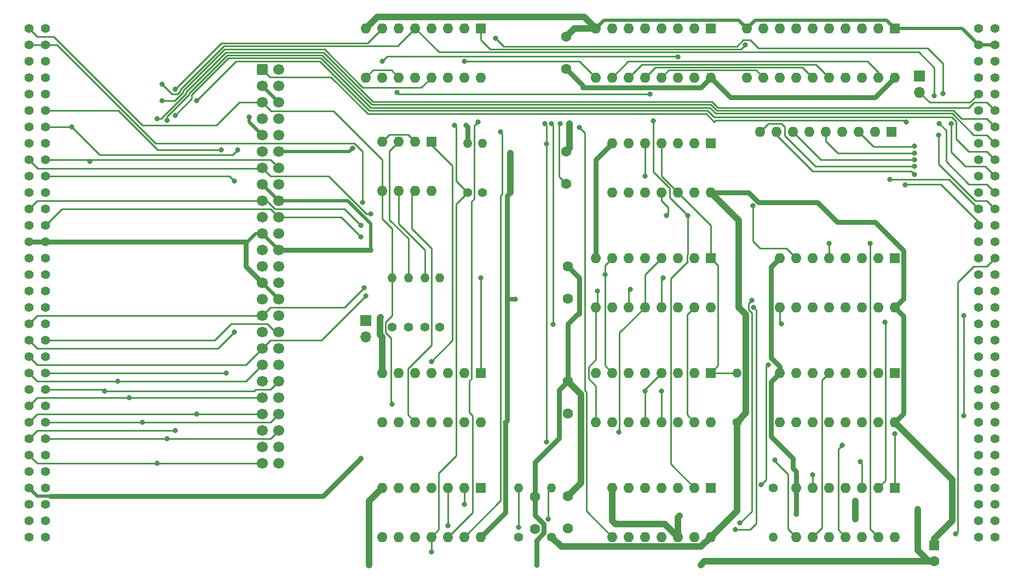
<source format=gbr>
%TF.GenerationSoftware,KiCad,Pcbnew,8.0.6*%
%TF.CreationDate,2024-11-23T08:24:52+01:00*%
%TF.ProjectId,databoard_5076,64617461-626f-4617-9264-5f353037362e,v1.02*%
%TF.SameCoordinates,Original*%
%TF.FileFunction,Copper,L2,Bot*%
%TF.FilePolarity,Positive*%
%FSLAX46Y46*%
G04 Gerber Fmt 4.6, Leading zero omitted, Abs format (unit mm)*
G04 Created by KiCad (PCBNEW 8.0.6) date 2024-11-23 08:24:52*
%MOMM*%
%LPD*%
G01*
G04 APERTURE LIST*
G04 Aperture macros list*
%AMRoundRect*
0 Rectangle with rounded corners*
0 $1 Rounding radius*
0 $2 $3 $4 $5 $6 $7 $8 $9 X,Y pos of 4 corners*
0 Add a 4 corners polygon primitive as box body*
4,1,4,$2,$3,$4,$5,$6,$7,$8,$9,$2,$3,0*
0 Add four circle primitives for the rounded corners*
1,1,$1+$1,$2,$3*
1,1,$1+$1,$4,$5*
1,1,$1+$1,$6,$7*
1,1,$1+$1,$8,$9*
0 Add four rect primitives between the rounded corners*
20,1,$1+$1,$2,$3,$4,$5,0*
20,1,$1+$1,$4,$5,$6,$7,0*
20,1,$1+$1,$6,$7,$8,$9,0*
20,1,$1+$1,$8,$9,$2,$3,0*%
G04 Aperture macros list end*
%TA.AperFunction,ComponentPad*%
%ADD10R,1.600000X1.600000*%
%TD*%
%TA.AperFunction,ComponentPad*%
%ADD11O,1.600000X1.600000*%
%TD*%
%TA.AperFunction,ComponentPad*%
%ADD12C,1.400000*%
%TD*%
%TA.AperFunction,ComponentPad*%
%ADD13O,1.400000X1.400000*%
%TD*%
%TA.AperFunction,ComponentPad*%
%ADD14C,1.600000*%
%TD*%
%TA.AperFunction,ComponentPad*%
%ADD15R,1.700000X1.700000*%
%TD*%
%TA.AperFunction,ComponentPad*%
%ADD16O,1.700000X1.700000*%
%TD*%
%TA.AperFunction,ComponentPad*%
%ADD17C,1.422400*%
%TD*%
%TA.AperFunction,ComponentPad*%
%ADD18RoundRect,0.250000X-0.600000X-0.600000X0.600000X-0.600000X0.600000X0.600000X-0.600000X0.600000X0*%
%TD*%
%TA.AperFunction,ComponentPad*%
%ADD19C,1.700000*%
%TD*%
%TA.AperFunction,ViaPad*%
%ADD20C,0.800000*%
%TD*%
%TA.AperFunction,Conductor*%
%ADD21C,0.250000*%
%TD*%
%TA.AperFunction,Conductor*%
%ADD22C,0.750000*%
%TD*%
%TA.AperFunction,Conductor*%
%ADD23C,0.700000*%
%TD*%
%TA.AperFunction,Conductor*%
%ADD24C,1.000000*%
%TD*%
%TA.AperFunction,Conductor*%
%ADD25C,0.500000*%
%TD*%
G04 APERTURE END LIST*
D10*
%TO.P,U7,1,D0*%
%TO.N,Net-(U4-D0)*%
X155702000Y-91186000D03*
D11*
%TO.P,U7,2,~{Q0}*%
%TO.N,Net-(U7-~{Q0})*%
X153162000Y-91186000D03*
%TO.P,U7,3,Q0*%
%TO.N,Net-(U7-Q0)*%
X150622000Y-91186000D03*
%TO.P,U7,4,E01*%
%TO.N,Net-(U7-E01)*%
X148082000Y-91186000D03*
%TO.P,U7,5,Q1*%
%TO.N,Net-(U7-Q1)*%
X145542000Y-91186000D03*
%TO.P,U7,6,~{Q1}*%
%TO.N,unconnected-(U7-~{Q1}-Pad6)*%
X143002000Y-91186000D03*
%TO.P,U7,7,D1*%
%TO.N,/XA2*%
X140462000Y-91186000D03*
%TO.P,U7,8,GND*%
%TO.N,GND*%
X137922000Y-91186000D03*
%TO.P,U7,9,D2*%
%TO.N,/XA1*%
X137922000Y-98806000D03*
%TO.P,U7,10,~{Q2}*%
%TO.N,unconnected-(U7-~{Q2}-Pad10)*%
X140462000Y-98806000D03*
%TO.P,U7,11,Q2*%
%TO.N,Net-(U7-Q2)*%
X143002000Y-98806000D03*
%TO.P,U7,12,E23*%
%TO.N,Net-(U7-E01)*%
X145542000Y-98806000D03*
%TO.P,U7,13,Q3*%
%TO.N,Net-(U7-Q3)*%
X148082000Y-98806000D03*
%TO.P,U7,14,~{Q3}*%
%TO.N,unconnected-(U7-~{Q3}-Pad14)*%
X150622000Y-98806000D03*
%TO.P,U7,15,D3*%
%TO.N,/XA0*%
X153162000Y-98806000D03*
%TO.P,U7,16,VCC*%
%TO.N,VCC*%
X155702000Y-98806000D03*
%TD*%
D12*
%TO.P,R9,1*%
%TO.N,VCC*%
X159766000Y-116586000D03*
D13*
%TO.P,R9,2*%
%TO.N,Net-(U4-D0)*%
X159766000Y-108966000D03*
%TD*%
D10*
%TO.P,U11,1*%
%TO.N,Net-(U11-Pad1)*%
X120142000Y-126746000D03*
D11*
%TO.P,U11,2*%
%TO.N,Net-(U9A-~{R})*%
X117602000Y-126746000D03*
%TO.P,U11,3*%
%TO.N,Net-(C7-Pad1)*%
X115062000Y-126746000D03*
%TO.P,U11,4*%
%TO.N,Net-(U11-Pad1)*%
X112522000Y-126746000D03*
%TO.P,U11,5*%
%TO.N,Net-(U11-Pad5)*%
X109982000Y-126746000D03*
%TO.P,U11,6*%
%TO.N,/~{DMARQ}*%
X107442000Y-126746000D03*
%TO.P,U11,7,GND*%
%TO.N,GND*%
X104902000Y-126746000D03*
%TO.P,U11,8*%
%TO.N,Net-(U11-Pad5)*%
X104902000Y-134366000D03*
%TO.P,U11,9*%
%TO.N,/~{TRRQ}*%
X107442000Y-134366000D03*
%TO.P,U11,10*%
%TO.N,Net-(R1-Pad2)*%
X109982000Y-134366000D03*
%TO.P,U11,11*%
%TO.N,/~{PREN}*%
X112522000Y-134366000D03*
%TO.P,U11,12*%
%TO.N,Net-(U11-Pad12)*%
X115062000Y-134366000D03*
%TO.P,U11,13*%
%TO.N,Net-(U12-I4)*%
X117602000Y-134366000D03*
%TO.P,U11,14,VCC*%
%TO.N,VCC*%
X120142000Y-134366000D03*
%TD*%
D12*
%TO.P,R1,1*%
%TO.N,Net-(C7-Pad1)*%
X125984000Y-134366000D03*
D13*
%TO.P,R1,2*%
%TO.N,Net-(R1-Pad2)*%
X125984000Y-126746000D03*
%TD*%
D12*
%TO.P,R2,1*%
%TO.N,VCC*%
X131064000Y-134366000D03*
D13*
%TO.P,R2,2*%
%TO.N,/~{TRRQ}*%
X131064000Y-126746000D03*
%TD*%
D10*
%TO.P,U14,1,OE*%
%TO.N,GND*%
X184150000Y-55626000D03*
D11*
%TO.P,U14,2,O0*%
%TO.N,Net-(U13-I7)*%
X181610000Y-55626000D03*
%TO.P,U14,3,D0*%
%TO.N,/~{INT0}*%
X179070000Y-55626000D03*
%TO.P,U14,4,D1*%
%TO.N,/~{INT1}*%
X176530000Y-55626000D03*
%TO.P,U14,5,O1*%
%TO.N,Net-(U13-I6)*%
X173990000Y-55626000D03*
%TO.P,U14,6,O2*%
%TO.N,Net-(U13-I5)*%
X171450000Y-55626000D03*
%TO.P,U14,7,D2*%
%TO.N,/~{INT2}*%
X168910000Y-55626000D03*
%TO.P,U14,8,D3*%
%TO.N,/~{INT3}*%
X166370000Y-55626000D03*
%TO.P,U14,9,O3*%
%TO.N,Net-(U13-I4)*%
X163830000Y-55626000D03*
%TO.P,U14,10,GND*%
%TO.N,GND*%
X161290000Y-55626000D03*
%TO.P,U14,11,LE*%
%TO.N,Net-(U12-OEa)*%
X161290000Y-63246000D03*
%TO.P,U14,12,O4*%
%TO.N,Net-(U13-I3)*%
X163830000Y-63246000D03*
%TO.P,U14,13,D4*%
%TO.N,/~{INT4}*%
X166370000Y-63246000D03*
%TO.P,U14,14,D5*%
%TO.N,/~{INT5}*%
X168910000Y-63246000D03*
%TO.P,U14,15,O5*%
%TO.N,Net-(U13-I2)*%
X171450000Y-63246000D03*
%TO.P,U14,16,O6*%
%TO.N,Net-(U13-I1)*%
X173990000Y-63246000D03*
%TO.P,U14,17,D6*%
%TO.N,/~{INT6}*%
X176530000Y-63246000D03*
%TO.P,U14,18,D7*%
%TO.N,/~{INT7}*%
X179070000Y-63246000D03*
%TO.P,U14,19,O7*%
%TO.N,Net-(U13-IO)*%
X181610000Y-63246000D03*
%TO.P,U14,20,VCC*%
%TO.N,VCC*%
X184150000Y-63246000D03*
%TD*%
D10*
%TO.P,C6,1*%
%TO.N,VCC*%
X190246000Y-135636000D03*
D14*
%TO.P,C6,2*%
%TO.N,GND*%
X190246000Y-138136000D03*
%TD*%
D12*
%TO.P,R6,1*%
%TO.N,GND*%
X113792000Y-101854000D03*
D13*
%TO.P,R6,2*%
%TO.N,Net-(U5-COMREF)*%
X113792000Y-94234000D03*
%TD*%
D10*
%TO.P,U12,1,OEa*%
%TO.N,Net-(U12-OEa)*%
X120142000Y-55626000D03*
D11*
%TO.P,U12,2,I1*%
%TO.N,Net-(U12-I1)*%
X117602000Y-55626000D03*
%TO.P,U12,3,O1a*%
%TO.N,/D1*%
X115062000Y-55626000D03*
%TO.P,U12,4,I2*%
%TO.N,Net-(U12-I2)*%
X112522000Y-55626000D03*
%TO.P,U12,5,O2a*%
%TO.N,/D2*%
X109982000Y-55626000D03*
%TO.P,U12,6,I3*%
%TO.N,Net-(U12-I3)*%
X107442000Y-55626000D03*
%TO.P,U12,7,O3a*%
%TO.N,/D3*%
X104902000Y-55626000D03*
%TO.P,U12,8,GND*%
%TO.N,GND*%
X102362000Y-55626000D03*
%TO.P,U12,9,O4a*%
%TO.N,/D0*%
X102362000Y-63246000D03*
%TO.P,U12,10,I4*%
%TO.N,Net-(U12-I4)*%
X104902000Y-63246000D03*
%TO.P,U12,11,O5b*%
%TO.N,/D0*%
X107442000Y-63246000D03*
%TO.P,U12,12,I5*%
%TO.N,/~{PREN}*%
X109982000Y-63246000D03*
%TO.P,U12,13,O6b*%
%TO.N,/D1*%
X112522000Y-63246000D03*
%TO.P,U12,14,I6*%
%TO.N,/~{R{slash}W}*%
X115062000Y-63246000D03*
%TO.P,U12,15,OEb*%
%TO.N,Net-(U12-OEb)*%
X117602000Y-63246000D03*
%TO.P,U12,16,VCC*%
%TO.N,VCC*%
X120142000Y-63246000D03*
%TD*%
D10*
%TO.P,U6,1*%
%TO.N,Net-(U11-Pad12)*%
X155702000Y-73406000D03*
D11*
%TO.P,U6,2*%
%TO.N,/~{BUSINT}*%
X153162000Y-73406000D03*
%TO.P,U6,3*%
%TO.N,/XA7*%
X150622000Y-73406000D03*
%TO.P,U6,4*%
%TO.N,Net-(U4-D0)*%
X148082000Y-73406000D03*
%TO.P,U6,5*%
%TO.N,/XA6*%
X145542000Y-73406000D03*
%TO.P,U6,6*%
%TO.N,Net-(U4-D0)*%
X143002000Y-73406000D03*
%TO.P,U6,7,GND*%
%TO.N,GND*%
X140462000Y-73406000D03*
%TO.P,U6,8*%
%TO.N,Net-(U4-D0)*%
X140462000Y-81026000D03*
%TO.P,U6,9*%
%TO.N,/XA5*%
X143002000Y-81026000D03*
%TO.P,U6,10*%
%TO.N,Net-(U4-D0)*%
X145542000Y-81026000D03*
%TO.P,U6,11*%
%TO.N,/XA4*%
X148082000Y-81026000D03*
%TO.P,U6,12*%
%TO.N,Net-(U4-D0)*%
X150622000Y-81026000D03*
%TO.P,U6,13*%
%TO.N,/XA3*%
X153162000Y-81026000D03*
%TO.P,U6,14,VCC*%
%TO.N,VCC*%
X155702000Y-81026000D03*
%TD*%
D14*
%TO.P,C2,1*%
%TO.N,VCC*%
X133604000Y-115276000D03*
%TO.P,C2,2*%
%TO.N,GND*%
X133604000Y-110276000D03*
%TD*%
D12*
%TO.P,R10,1*%
%TO.N,/5+*%
X165354000Y-126746000D03*
D13*
%TO.P,R10,2*%
%TO.N,VCC*%
X165354000Y-134366000D03*
%TD*%
D14*
%TO.P,C5,1*%
%TO.N,VCC*%
X133350000Y-61936000D03*
%TO.P,C5,2*%
%TO.N,GND*%
X133350000Y-56936000D03*
%TD*%
D15*
%TO.P,J2,1,Pin_1*%
%TO.N,/3MHz_I*%
X187960000Y-62992000D03*
D16*
%TO.P,J2,2,Pin_2*%
%TO.N,/3MHz*%
X187960000Y-65532000D03*
%TD*%
D17*
%TO.P,X2,A1,1*%
%TO.N,/-12V*%
X199644000Y-55626000D03*
%TO.P,X2,A2,2*%
%TO.N,GND*%
X199644000Y-58166000D03*
%TO.P,X2,A3,3*%
%TO.N,/~{BPCLK}*%
X199644000Y-60706000D03*
%TO.P,X2,A4,4*%
%TO.N,/GNDB*%
X199644000Y-63246000D03*
%TO.P,X2,A5,5*%
%TO.N,/~{INT}*%
X199644000Y-65786000D03*
%TO.P,X2,A6,6*%
%TO.N,/D7*%
X199644000Y-68326000D03*
%TO.P,X2,A7,7*%
%TO.N,/D6*%
X199644000Y-70866000D03*
%TO.P,X2,A8,8*%
%TO.N,/D5*%
X199644000Y-73406000D03*
%TO.P,X2,A9,9*%
%TO.N,/D4*%
X199644000Y-75946000D03*
%TO.P,X2,A10,10*%
%TO.N,/D3*%
X199644000Y-78486000D03*
%TO.P,X2,A11,11*%
%TO.N,/D2*%
X199644000Y-81026000D03*
%TO.P,X2,A12,12*%
%TO.N,/D1*%
X199644000Y-83566000D03*
%TO.P,X2,A13,13*%
%TO.N,/D0*%
X199644000Y-86106000D03*
%TO.P,X2,A14,14*%
%TO.N,/~{CSB}*%
X199644000Y-88646000D03*
%TO.P,X2,A15,15*%
%TO.N,/~{BUSRST}*%
X199644000Y-91186000D03*
%TO.P,X2,A16,16*%
%TO.N,/~{STAT}*%
X199644000Y-93726000D03*
%TO.P,X2,A17,17*%
%TO.N,/~{INP}*%
X199644000Y-96266000D03*
%TO.P,X2,A18,18*%
%TO.N,/~{C4}*%
X199644000Y-98806000D03*
%TO.P,X2,A19,19*%
%TO.N,/~{C3}*%
X199644000Y-101346000D03*
%TO.P,X2,A20,20*%
%TO.N,/~{C2}*%
X199644000Y-103886000D03*
%TO.P,X2,A21,21*%
%TO.N,/~{C1}*%
X199644000Y-106426000D03*
%TO.P,X2,A22,22*%
%TO.N,/~{OUT}*%
X199644000Y-108966000D03*
%TO.P,X2,A23,23*%
%TO.N,/~{CS}*%
X199644000Y-111506000D03*
%TO.P,X2,A24,24*%
%TO.N,/~{NMI}*%
X199644000Y-114046000D03*
%TO.P,X2,A25,25*%
%TO.N,/~{OPS}*%
X199644000Y-116586000D03*
%TO.P,X2,A26,26*%
%TO.N,/~{R{slash}W}*%
X199644000Y-119126000D03*
%TO.P,X2,A27,27*%
%TO.N,/~{TREN}*%
X199644000Y-121666000D03*
%TO.P,X2,A28,28*%
%TO.N,/~{TRRQ}*%
X199644000Y-124206000D03*
%TO.P,X2,A29,29*%
%TO.N,/~{PRAC}*%
X199644000Y-126746000D03*
%TO.P,X2,A30,30*%
%TO.N,/~{PREN}*%
X199644000Y-129286000D03*
%TO.P,X2,A31,31*%
%TO.N,VCC*%
X199644000Y-131826000D03*
%TO.P,X2,A32,32*%
%TO.N,/12V*%
X199644000Y-134366000D03*
%TO.P,X2,B1,1*%
%TO.N,/-12V*%
X197104000Y-55626000D03*
%TO.P,X2,B2,2*%
%TO.N,GND*%
X197104000Y-58166000D03*
%TO.P,X2,B3,3*%
%TO.N,/~{XMEMWR}*%
X197104000Y-60706000D03*
%TO.P,X2,B4,4*%
%TO.N,/~{XMEMFL}*%
X197104000Y-63246000D03*
%TO.P,X2,B5,5*%
%TO.N,/3MHz*%
X197104000Y-65786000D03*
%TO.P,X2,B6,6*%
%TO.N,/~{INT7}*%
X197104000Y-68326000D03*
%TO.P,X2,B7,7*%
%TO.N,/~{INT6}*%
X197104000Y-70866000D03*
%TO.P,X2,B8,8*%
%TO.N,/~{INT5}*%
X197104000Y-73406000D03*
%TO.P,X2,B9,9*%
%TO.N,/~{INT4}*%
X197104000Y-75946000D03*
%TO.P,X2,B10,10*%
%TO.N,/~{INT3}*%
X197104000Y-78486000D03*
%TO.P,X2,B11,11*%
%TO.N,/~{INT2}*%
X197104000Y-81026000D03*
%TO.P,X2,B12,12*%
%TO.N,/~{INT1}*%
X197104000Y-83566000D03*
%TO.P,X2,B13,13*%
%TO.N,/~{INT0}*%
X197104000Y-86106000D03*
%TO.P,X2,B14,14*%
%TO.N,/~{XCSB2}*%
X197104000Y-88646000D03*
%TO.P,X2,B15,15*%
%TO.N,/~{XCSB3}*%
X197104000Y-91186000D03*
%TO.P,X2,B16,16*%
%TO.N,/~{XCSB4}*%
X197104000Y-93726000D03*
%TO.P,X2,B17,17*%
%TO.N,/~{XCSB5}*%
X197104000Y-96266000D03*
%TO.P,X2,B18,18*%
%TO.N,/A11*%
X197104000Y-98806000D03*
%TO.P,X2,B19,19*%
%TO.N,/A10*%
X197104000Y-101346000D03*
%TO.P,X2,B20,20*%
%TO.N,/A9*%
X197104000Y-103886000D03*
%TO.P,X2,B21,21*%
%TO.N,/~{EXP}*%
X197104000Y-106426000D03*
%TO.P,X2,B22,22*%
%TO.N,/~{BUSEN}*%
X197104000Y-108966000D03*
%TO.P,X2,B23,23*%
%TO.N,/~{DSTB}*%
X197104000Y-111506000D03*
%TO.P,X2,B24,24*%
%TO.N,/A5*%
X197104000Y-114046000D03*
%TO.P,X2,B25,25*%
%TO.N,/A4*%
X197104000Y-116586000D03*
%TO.P,X2,B26,26*%
%TO.N,/~{STRINP}*%
X197104000Y-119126000D03*
%TO.P,X2,B27,27*%
%TO.N,/~{STR_OUT}*%
X197104000Y-121666000D03*
%TO.P,X2,B28,28*%
%TO.N,/A1*%
X197104000Y-124206000D03*
%TO.P,X2,B29,29*%
%TO.N,/A0*%
X197104000Y-126746000D03*
%TO.P,X2,B30,30*%
%TO.N,/~{DIRW{slash}R}*%
X197104000Y-129286000D03*
%TO.P,X2,B31,31*%
%TO.N,VCC*%
X197104000Y-131826000D03*
%TO.P,X2,B32,32*%
%TO.N,/12V*%
X197104000Y-134366000D03*
%TD*%
D12*
%TO.P,R3,1*%
%TO.N,+5V*%
X106426000Y-101854000D03*
D13*
%TO.P,R3,2*%
%TO.N,/~{XINPSTB}*%
X106426000Y-94234000D03*
%TD*%
D18*
%TO.P,J3,1,Pin_1*%
%TO.N,/3MHz_I*%
X86360000Y-61976000D03*
D19*
%TO.P,J3,2,Pin_2*%
%TO.N,/~{3MHz} *%
X88900000Y-61976000D03*
%TO.P,J3,3,Pin_3*%
%TO.N,GND*%
X86360000Y-64516000D03*
%TO.P,J3,4,Pin_4*%
%TO.N,/OUT_X1*%
X88900000Y-64516000D03*
%TO.P,J3,5,Pin_5*%
%TO.N,/~{XINPSTB}*%
X86360000Y-67056000D03*
%TO.P,J3,6,Pin_6*%
%TO.N,GND*%
X88900000Y-67056000D03*
%TO.P,J3,7,Pin_7*%
%TO.N,/OUT_X2*%
X86360000Y-69596000D03*
%TO.P,J3,8,Pin_8*%
%TO.N,/~{XOUTSTB}*%
X88900000Y-69596000D03*
%TO.P,J3,9,Pin_9*%
%TO.N,GND*%
X86360000Y-72136000D03*
%TO.P,J3,10,Pin_10*%
%TO.N,/~{BUSRST}*%
X88900000Y-72136000D03*
%TO.P,J3,11,Pin_11*%
%TO.N,/INP_X1*%
X86360000Y-74676000D03*
%TO.P,J3,12,Pin_12*%
%TO.N,GND*%
X88900000Y-74676000D03*
%TO.P,J3,13,Pin_13*%
%TO.N,/XA5*%
X86360000Y-77216000D03*
%TO.P,J3,14,Pin_14*%
%TO.N,/~{DMARQ}*%
X88900000Y-77216000D03*
%TO.P,J3,15,Pin_15*%
%TO.N,GND*%
X86360000Y-79756000D03*
%TO.P,J3,16,Pin_16*%
%TO.N,/XA3*%
X88900000Y-79756000D03*
%TO.P,J3,17,Pin_17*%
%TO.N,/XA4*%
X86360000Y-82296000D03*
%TO.P,J3,18,Pin_18*%
%TO.N,GND*%
X88900000Y-82296000D03*
%TO.P,J3,19,Pin_19*%
%TO.N,/XA12*%
X86360000Y-84836000D03*
%TO.P,J3,20,Pin_20*%
%TO.N,/XA2*%
X88900000Y-84836000D03*
%TO.P,J3,21,Pin_21*%
%TO.N,GND*%
X86360000Y-87376000D03*
%TO.P,J3,22,Pin_22*%
%TO.N,/XA14*%
X88900000Y-87376000D03*
%TO.P,J3,23,Pin_23*%
%TO.N,/XA13*%
X86360000Y-89916000D03*
%TO.P,J3,24,Pin_24*%
%TO.N,GND*%
X88900000Y-89916000D03*
%TO.P,J3,25,Pin_25*%
%TO.N,/XA8*%
X86360000Y-92456000D03*
%TO.P,J3,26,Pin_26*%
%TO.N,/XA15*%
X88900000Y-92456000D03*
%TO.P,J3,27,Pin_27*%
%TO.N,GND*%
X86360000Y-94996000D03*
%TO.P,J3,28,Pin_28*%
%TO.N,/XA10*%
X88900000Y-94996000D03*
%TO.P,J3,29,Pin_29*%
%TO.N,/XA9*%
X86360000Y-97536000D03*
%TO.P,J3,30,Pin_30*%
%TO.N,GND*%
X88900000Y-97536000D03*
%TO.P,J3,31,Pin_31*%
%TO.N,/XA1*%
X86360000Y-100076000D03*
%TO.P,J3,32,Pin_32*%
%TO.N,/XA11*%
X88900000Y-100076000D03*
%TO.P,J3,33,Pin_33*%
%TO.N,/~{BUSINT}*%
X86360000Y-102616000D03*
%TO.P,J3,34,Pin_34*%
%TO.N,/XA6*%
X88900000Y-102616000D03*
%TO.P,J3,35,Pin_35*%
%TO.N,/XA0*%
X86360000Y-105156000D03*
%TO.P,J3,36,Pin_36*%
%TO.N,+5V*%
X88900000Y-105156000D03*
%TO.P,J3,37,Pin_37*%
%TO.N,/D0*%
X86360000Y-107696000D03*
%TO.P,J3,38,Pin_38*%
%TO.N,/XA7*%
X88900000Y-107696000D03*
%TO.P,J3,39,Pin_39*%
%TO.N,+5V*%
X86360000Y-110236000D03*
%TO.P,J3,40,Pin_40*%
%TO.N,/D2*%
X88900000Y-110236000D03*
%TO.P,J3,41,Pin_41*%
%TO.N,/D1*%
X86360000Y-112776000D03*
%TO.P,J3,42,Pin_42*%
%TO.N,+5V*%
X88900000Y-112776000D03*
%TO.P,J3,43,Pin_43*%
%TO.N,/D4*%
X86360000Y-115316000D03*
%TO.P,J3,44,Pin_44*%
%TO.N,/D3*%
X88900000Y-115316000D03*
%TO.P,J3,45,Pin_45*%
%TO.N,/5V_NC1*%
X86360000Y-117856000D03*
%TO.P,J3,46,Pin_46*%
%TO.N,/D6*%
X88900000Y-117856000D03*
%TO.P,J3,47,Pin_47*%
%TO.N,/D5*%
X86360000Y-120396000D03*
%TO.P,J3,48,Pin_48*%
%TO.N,/5V_NC2*%
X88900000Y-120396000D03*
%TO.P,J3,49,Pin_49*%
%TO.N,/D7*%
X86360000Y-122936000D03*
%TO.P,J3,50,Pin_50*%
%TO.N,unconnected-(J3-Pin_50-Pad50)*%
X88900000Y-122936000D03*
%TD*%
D15*
%TO.P,J1,1,Pin_1*%
%TO.N,VCC*%
X102362000Y-100838000D03*
D16*
%TO.P,J1,2,Pin_2*%
%TO.N,+5V*%
X102362000Y-103378000D03*
%TD*%
D12*
%TO.P,R8,1*%
%TO.N,VCC*%
X120396000Y-81026000D03*
D13*
%TO.P,R8,2*%
%TO.N,/~{R{slash}W}*%
X120396000Y-73406000D03*
%TD*%
D14*
%TO.P,C1,1*%
%TO.N,VCC*%
X133604000Y-133056000D03*
%TO.P,C1,2*%
%TO.N,GND*%
X133604000Y-128056000D03*
%TD*%
D17*
%TO.P,X1,A1,1*%
%TO.N,unconnected-(X1A-1-PadA1)*%
X50292000Y-134366000D03*
%TO.P,X1,A2,2*%
%TO.N,GND*%
X50292000Y-131826000D03*
%TO.P,X1,A3,3*%
%TO.N,+5V*%
X50292000Y-129286000D03*
%TO.P,X1,A4,4*%
X50292000Y-126746000D03*
%TO.P,X1,A5,5*%
%TO.N,unconnected-(X1A-5-PadA5)*%
X50292000Y-124206000D03*
%TO.P,X1,A6,6*%
%TO.N,/D7*%
X50292000Y-121666000D03*
%TO.P,X1,A7,7*%
%TO.N,/D5*%
X50292000Y-119126000D03*
%TO.P,X1,A8,8*%
%TO.N,/D4*%
X50292000Y-116586000D03*
%TO.P,X1,A9,9*%
%TO.N,/D1*%
X50292000Y-114046000D03*
%TO.P,X1,A10,10*%
%TO.N,unconnected-(X1A-10-PadA10)*%
X50292000Y-111506000D03*
%TO.P,X1,A11,11*%
%TO.N,/D0*%
X50292000Y-108966000D03*
%TO.P,X1,A12,12*%
%TO.N,/XA0*%
X50292000Y-106426000D03*
%TO.P,X1,A13,13*%
%TO.N,/~{BUSINT}*%
X50292000Y-103886000D03*
%TO.P,X1,A14,14*%
%TO.N,/XA1*%
X50292000Y-101346000D03*
%TO.P,X1,A15,15*%
%TO.N,unconnected-(X1A-15-PadA15)*%
X50292000Y-98806000D03*
%TO.P,X1,A16,16*%
%TO.N,GND*%
X50292000Y-96266000D03*
%TO.P,X1,A17,17*%
%TO.N,unconnected-(X1A-17-PadA17)*%
X50292000Y-93726000D03*
%TO.P,X1,A18,18*%
%TO.N,unconnected-(X1A-18-PadA18)*%
X50292000Y-91186000D03*
%TO.P,X1,A19,19*%
%TO.N,GND*%
X50292000Y-88646000D03*
%TO.P,X1,A20,20*%
%TO.N,unconnected-(X1A-20-PadA20)*%
X50292000Y-86106000D03*
%TO.P,X1,A21,21*%
%TO.N,/XA4*%
X50292000Y-83566000D03*
%TO.P,X1,A22,22*%
%TO.N,GND*%
X50292000Y-81026000D03*
%TO.P,X1,A23,23*%
%TO.N,unconnected-(X1A-23-PadA23)*%
X50292000Y-78486000D03*
%TO.P,X1,A24,24*%
%TO.N,/XA5*%
X50292000Y-75946000D03*
%TO.P,X1,A25,25*%
%TO.N,GND*%
X50292000Y-73406000D03*
%TO.P,X1,A26,26*%
%TO.N,unconnected-(X1A-26-PadA26)*%
X50292000Y-70866000D03*
%TO.P,X1,A27,27*%
%TO.N,unconnected-(X1A-27-PadA27)*%
X50292000Y-68326000D03*
%TO.P,X1,A28,28*%
%TO.N,GND*%
X50292000Y-65786000D03*
%TO.P,X1,A29,29*%
%TO.N,unconnected-(X1A-29-PadA29)*%
X50292000Y-63246000D03*
%TO.P,X1,A30,30*%
%TO.N,unconnected-(X1A-30-PadA30)*%
X50292000Y-60706000D03*
%TO.P,X1,A31,31*%
%TO.N,VCC*%
X50292000Y-58166000D03*
%TO.P,X1,A32,32*%
%TO.N,/~{XINPSTB}*%
X50292000Y-55626000D03*
%TO.P,X1,B1,1*%
%TO.N,unconnected-(X1B-1-PadB1)*%
X52832000Y-134366000D03*
%TO.P,X1,B2,2*%
%TO.N,GND*%
X52832000Y-131826000D03*
%TO.P,X1,B3,3*%
%TO.N,unconnected-(X1B-3-PadB3)*%
X52832000Y-129286000D03*
%TO.P,X1,B4,4*%
%TO.N,unconnected-(X1B-4-PadB4)*%
X52832000Y-126746000D03*
%TO.P,X1,B5,5*%
%TO.N,unconnected-(X1B-5-PadB5)*%
X52832000Y-124206000D03*
%TO.P,X1,B6,6*%
%TO.N,unconnected-(X1B-6-PadB6)*%
X52832000Y-121666000D03*
%TO.P,X1,B7,7*%
%TO.N,/D6*%
X52832000Y-119126000D03*
%TO.P,X1,B8,8*%
%TO.N,/D3*%
X52832000Y-116586000D03*
%TO.P,X1,B9,9*%
%TO.N,unconnected-(X1B-9-PadB9)*%
X52832000Y-114046000D03*
%TO.P,X1,B10,10*%
%TO.N,/D2*%
X52832000Y-111506000D03*
%TO.P,X1,B11,11*%
%TO.N,/XA7*%
X52832000Y-108966000D03*
%TO.P,X1,B12,12*%
%TO.N,unconnected-(X1B-12-PadB12)*%
X52832000Y-106426000D03*
%TO.P,X1,B13,13*%
%TO.N,/XA6*%
X52832000Y-103886000D03*
%TO.P,X1,B14,14*%
%TO.N,unconnected-(X1B-14-PadB14)*%
X52832000Y-101346000D03*
%TO.P,X1,B15,15*%
%TO.N,unconnected-(X1B-15-PadB15)*%
X52832000Y-98806000D03*
%TO.P,X1,B16,16*%
%TO.N,GND*%
X52832000Y-96266000D03*
%TO.P,X1,B17,17*%
%TO.N,unconnected-(X1B-17-PadB17)*%
X52832000Y-93726000D03*
%TO.P,X1,B18,18*%
%TO.N,unconnected-(X1B-18-PadB18)*%
X52832000Y-91186000D03*
%TO.P,X1,B19,19*%
%TO.N,GND*%
X52832000Y-88646000D03*
%TO.P,X1,B20,20*%
%TO.N,/XA2*%
X52832000Y-86106000D03*
%TO.P,X1,B21,21*%
%TO.N,unconnected-(X1B-21-PadB21)*%
X52832000Y-83566000D03*
%TO.P,X1,B22,22*%
%TO.N,GND*%
X52832000Y-81026000D03*
%TO.P,X1,B23,23*%
%TO.N,/XA3*%
X52832000Y-78486000D03*
%TO.P,X1,B24,24*%
%TO.N,/~{DMARQ}*%
X52832000Y-75946000D03*
%TO.P,X1,B25,25*%
%TO.N,GND*%
X52832000Y-73406000D03*
%TO.P,X1,B26,26*%
%TO.N,/~{BUSRST}*%
X52832000Y-70866000D03*
%TO.P,X1,B27,27*%
%TO.N,/~{XOUTSTB}*%
X52832000Y-68326000D03*
%TO.P,X1,B28,28*%
%TO.N,GND*%
X52832000Y-65786000D03*
%TO.P,X1,B29,29*%
%TO.N,unconnected-(X1B-29-PadB29)*%
X52832000Y-63246000D03*
%TO.P,X1,B30,30*%
%TO.N,unconnected-(X1B-30-PadB30)*%
X52832000Y-60706000D03*
%TO.P,X1,B31,31*%
%TO.N,VCC*%
X52832000Y-58166000D03*
%TO.P,X1,B32,32*%
%TO.N,unconnected-(X1B-32-PadB32)*%
X52832000Y-55626000D03*
%TD*%
D10*
%TO.P,U8,1,A0*%
%TO.N,Net-(U7-Q2)*%
X184150000Y-91186000D03*
D11*
%TO.P,U8,2,A1*%
%TO.N,Net-(U7-Q3)*%
X181610000Y-91186000D03*
%TO.P,U8,3,A2*%
%TO.N,Net-(U7-Q1)*%
X179070000Y-91186000D03*
%TO.P,U8,4,~{E1}*%
%TO.N,Net-(U7-~{Q0})*%
X176530000Y-91186000D03*
%TO.P,U8,5,~{E2}*%
%TO.N,Net-(U7-E01)*%
X173990000Y-91186000D03*
%TO.P,U8,6,E3*%
%TO.N,Net-(U7-Q0)*%
X171450000Y-91186000D03*
%TO.P,U8,7,~{Y7}*%
%TO.N,Net-(U12-OEa)*%
X168910000Y-91186000D03*
%TO.P,U8,8,GND*%
%TO.N,GND*%
X166370000Y-91186000D03*
%TO.P,U8,9,~{Y6}*%
%TO.N,Net-(U8-~{Y6})*%
X166370000Y-98806000D03*
%TO.P,U8,10,~{Y5}*%
%TO.N,Net-(U12-OEb)*%
X168910000Y-98806000D03*
%TO.P,U8,11,~{Y4}*%
%TO.N,Net-(U8-~{Y4})*%
X171450000Y-98806000D03*
%TO.P,U8,12,~{Y3}*%
%TO.N,Net-(U8-~{Y3})*%
X173990000Y-98806000D03*
%TO.P,U8,13,~{Y2}*%
%TO.N,/~{OPS}*%
X176530000Y-98806000D03*
%TO.P,U8,14,~{Y1}*%
%TO.N,/~{STAT}*%
X179070000Y-98806000D03*
%TO.P,U8,15,~{Y0}*%
%TO.N,/~{INP}*%
X181610000Y-98806000D03*
%TO.P,U8,16,VCC*%
%TO.N,VCC*%
X184150000Y-98806000D03*
%TD*%
D10*
%TO.P,RN1,1,common*%
%TO.N,VCC*%
X183642000Y-71628000D03*
D11*
%TO.P,RN1,2,R1*%
%TO.N,/~{INT0}*%
X181102000Y-71628000D03*
%TO.P,RN1,3,R2*%
%TO.N,/~{INT7}*%
X178562000Y-71628000D03*
%TO.P,RN1,4,R3*%
%TO.N,/~{INT1}*%
X176022000Y-71628000D03*
%TO.P,RN1,5,R4*%
%TO.N,/~{INT6}*%
X173482000Y-71628000D03*
%TO.P,RN1,6,R5*%
%TO.N,/~{INT2}*%
X170942000Y-71628000D03*
%TO.P,RN1,7,R6*%
%TO.N,/~{INT5}*%
X168402000Y-71628000D03*
%TO.P,RN1,8,R7*%
%TO.N,/~{INT3}*%
X165862000Y-71628000D03*
%TO.P,RN1,9,R8*%
%TO.N,/~{INT4}*%
X163322000Y-71628000D03*
%TD*%
D10*
%TO.P,U5,1,1OUT*%
%TO.N,Net-(U5-1OUT)*%
X112522000Y-73162000D03*
D11*
%TO.P,U5,2,COMSTRB*%
%TO.N,GND*%
X109982000Y-73162000D03*
%TO.P,U5,3,1LINE*%
%TO.N,/~{XOUTSTB}*%
X107442000Y-73162000D03*
%TO.P,U5,4,GND*%
%TO.N,GND*%
X104902000Y-73162000D03*
%TO.P,U5,5,2LINE*%
%TO.N,/~{XINPSTB}*%
X104902000Y-80782000D03*
%TO.P,U5,6,COMREF*%
%TO.N,Net-(U5-COMREF)*%
X107442000Y-80782000D03*
%TO.P,U5,7,2OUT*%
%TO.N,Net-(U5-2OUT)*%
X109982000Y-80782000D03*
%TO.P,U5,8,VCC*%
%TO.N,VCC*%
X112522000Y-80782000D03*
%TD*%
D10*
%TO.P,U3,1,A0*%
%TO.N,Net-(U3-A0)*%
X184150000Y-108966000D03*
D11*
%TO.P,U3,2,A1*%
%TO.N,Net-(U3-A1)*%
X181610000Y-108966000D03*
%TO.P,U3,3,A2*%
%TO.N,Net-(U3-A2)*%
X179070000Y-108966000D03*
%TO.P,U3,4,~{E1}*%
%TO.N,Net-(U3-~{E1})*%
X176530000Y-108966000D03*
%TO.P,U3,5,~{E2}*%
%TO.N,Net-(U3-~{E2})*%
X173990000Y-108966000D03*
%TO.P,U3,6,E3*%
%TO.N,Net-(U3-E3)*%
X171450000Y-108966000D03*
%TO.P,U3,7,~{Y7}*%
%TO.N,Net-(U3-~{Y7})*%
X168910000Y-108966000D03*
%TO.P,U3,8,GND*%
%TO.N,GND*%
X166370000Y-108966000D03*
%TO.P,U3,9,~{Y6}*%
%TO.N,Net-(U3-~{Y6})*%
X166370000Y-116586000D03*
%TO.P,U3,10,~{Y5}*%
%TO.N,/~{C4}*%
X168910000Y-116586000D03*
%TO.P,U3,11,~{Y4}*%
%TO.N,/~{C3}*%
X171450000Y-116586000D03*
%TO.P,U3,12,~{Y3}*%
%TO.N,/~{C2}*%
X173990000Y-116586000D03*
%TO.P,U3,13,~{Y2}*%
%TO.N,/~{C1}*%
X176530000Y-116586000D03*
%TO.P,U3,14,~{Y1}*%
%TO.N,/~{CS}*%
X179070000Y-116586000D03*
%TO.P,U3,15,~{Y0}*%
%TO.N,/~{OUT}*%
X181610000Y-116586000D03*
%TO.P,U3,16,VCC*%
%TO.N,VCC*%
X184150000Y-116586000D03*
%TD*%
D10*
%TO.P,U13,1,I4*%
%TO.N,Net-(U13-I4)*%
X155702000Y-55626000D03*
D11*
%TO.P,U13,2,I5*%
%TO.N,Net-(U13-I5)*%
X153162000Y-55626000D03*
%TO.P,U13,3,I6*%
%TO.N,Net-(U13-I6)*%
X150622000Y-55626000D03*
%TO.P,U13,4,I7*%
%TO.N,Net-(U13-I7)*%
X148082000Y-55626000D03*
%TO.P,U13,5,EI*%
%TO.N,Net-(U13-EI)*%
X145542000Y-55626000D03*
%TO.P,U13,6,S2*%
%TO.N,Net-(U12-I3)*%
X143002000Y-55626000D03*
%TO.P,U13,7,S1*%
%TO.N,Net-(U12-I2)*%
X140462000Y-55626000D03*
%TO.P,U13,8,GND*%
%TO.N,GND*%
X137922000Y-55626000D03*
%TO.P,U13,9,S0*%
%TO.N,Net-(U12-I1)*%
X137922000Y-63246000D03*
%TO.P,U13,10,IO*%
%TO.N,Net-(U13-IO)*%
X140462000Y-63246000D03*
%TO.P,U13,11,I1*%
%TO.N,Net-(U13-I1)*%
X143002000Y-63246000D03*
%TO.P,U13,12,I2*%
%TO.N,Net-(U13-I2)*%
X145542000Y-63246000D03*
%TO.P,U13,13,I3*%
%TO.N,Net-(U13-I3)*%
X148082000Y-63246000D03*
%TO.P,U13,14,GS*%
%TO.N,Net-(U12-I4)*%
X150622000Y-63246000D03*
%TO.P,U13,15,EO*%
%TO.N,unconnected-(U13-EO-Pad15)*%
X153162000Y-63246000D03*
%TO.P,U13,16,VCC*%
%TO.N,VCC*%
X155702000Y-63246000D03*
%TD*%
D12*
%TO.P,R4,1*%
%TO.N,+5V*%
X108966000Y-101854000D03*
D13*
%TO.P,R4,2*%
%TO.N,/~{XOUTSTB}*%
X108966000Y-94234000D03*
%TD*%
D10*
%TO.P,U2,1*%
%TO.N,Net-(U3-~{Y6})*%
X184150000Y-126746000D03*
D11*
%TO.P,U2,2*%
%TO.N,Net-(U8-~{Y6})*%
X181610000Y-126746000D03*
%TO.P,U2,3*%
%TO.N,/~{TREN}*%
X179070000Y-126746000D03*
%TO.P,U2,4*%
%TO.N,Net-(U9A-~{Q})*%
X176530000Y-126746000D03*
%TO.P,U2,5*%
%TO.N,/5+*%
X173990000Y-126746000D03*
%TO.P,U2,6*%
%TO.N,/~{PRAC}*%
X171450000Y-126746000D03*
%TO.P,U2,7,GND*%
%TO.N,GND*%
X168910000Y-126746000D03*
%TO.P,U2,8*%
%TO.N,/~{STR_OUT}*%
X168910000Y-134366000D03*
%TO.P,U2,9*%
%TO.N,Net-(U3-~{E2})*%
X171450000Y-134366000D03*
%TO.P,U2,10*%
%TO.N,/5+*%
X173990000Y-134366000D03*
%TO.P,U2,11*%
%TO.N,/~{STRINP}*%
X176530000Y-134366000D03*
%TO.P,U2,12*%
%TO.N,/5+*%
X179070000Y-134366000D03*
%TO.P,U2,13*%
%TO.N,Net-(U7-E01)*%
X181610000Y-134366000D03*
%TO.P,U2,14,VCC*%
%TO.N,VCC*%
X184150000Y-134366000D03*
%TD*%
D10*
%TO.P,U4,1,D0*%
%TO.N,Net-(U4-D0)*%
X155702000Y-108966000D03*
D11*
%TO.P,U4,2,~{Q0}*%
%TO.N,Net-(U3-~{E1})*%
X153162000Y-108966000D03*
%TO.P,U4,3,Q0*%
%TO.N,Net-(U3-E3)*%
X150622000Y-108966000D03*
%TO.P,U4,4,E01*%
%TO.N,Net-(U3-~{E2})*%
X148082000Y-108966000D03*
%TO.P,U4,5,Q1*%
%TO.N,Net-(U3-A2)*%
X145542000Y-108966000D03*
%TO.P,U4,6,~{Q1}*%
%TO.N,unconnected-(U4-~{Q1}-Pad6)*%
X143002000Y-108966000D03*
%TO.P,U4,7,D1*%
%TO.N,/XA2*%
X140462000Y-108966000D03*
%TO.P,U4,8,GND*%
%TO.N,GND*%
X137922000Y-108966000D03*
%TO.P,U4,9,D2*%
%TO.N,/XA1*%
X137922000Y-116586000D03*
%TO.P,U4,10,~{Q2}*%
%TO.N,unconnected-(U4-~{Q2}-Pad10)*%
X140462000Y-116586000D03*
%TO.P,U4,11,Q2*%
%TO.N,Net-(U3-A0)*%
X143002000Y-116586000D03*
%TO.P,U4,12,E23*%
%TO.N,Net-(U3-~{E2})*%
X145542000Y-116586000D03*
%TO.P,U4,13,Q3*%
%TO.N,Net-(U3-A1)*%
X148082000Y-116586000D03*
%TO.P,U4,14,~{Q3}*%
%TO.N,unconnected-(U4-~{Q3}-Pad14)*%
X150622000Y-116586000D03*
%TO.P,U4,15,D3*%
%TO.N,/XA0*%
X153162000Y-116586000D03*
%TO.P,U4,16,VCC*%
%TO.N,VCC*%
X155702000Y-116586000D03*
%TD*%
D10*
%TO.P,U9,1,~{R}*%
%TO.N,Net-(U9A-~{R})*%
X155702000Y-126746000D03*
D11*
%TO.P,U9,2,D*%
%TO.N,/D0*%
X153162000Y-126746000D03*
%TO.P,U9,3,C*%
%TO.N,Net-(U3-~{Y7})*%
X150622000Y-126746000D03*
%TO.P,U9,4,~{S}*%
%TO.N,/5+*%
X148082000Y-126746000D03*
%TO.P,U9,5,Q*%
%TO.N,unconnected-(U9A-Q-Pad5)*%
X145542000Y-126746000D03*
%TO.P,U9,6,~{Q}*%
%TO.N,Net-(U9A-~{Q})*%
X143002000Y-126746000D03*
%TO.P,U9,7,GND*%
%TO.N,GND*%
X140462000Y-126746000D03*
%TO.P,U9,8,~{Q}*%
%TO.N,Net-(U13-EI)*%
X140462000Y-134366000D03*
%TO.P,U9,9,Q*%
%TO.N,unconnected-(U9B-Q-Pad9)*%
X143002000Y-134366000D03*
%TO.P,U9,10,~{S}*%
%TO.N,Net-(U8-~{Y3})*%
X145542000Y-134366000D03*
%TO.P,U9,11,C*%
%TO.N,Net-(U8-~{Y4})*%
X148082000Y-134366000D03*
%TO.P,U9,12,D*%
%TO.N,GND*%
X150622000Y-134366000D03*
%TO.P,U9,13,~{R}*%
%TO.N,/~{BUSRST}*%
X153162000Y-134366000D03*
%TO.P,U9,14,VCC*%
%TO.N,VCC*%
X155702000Y-134366000D03*
%TD*%
D14*
%TO.P,C7,1*%
%TO.N,Net-(C7-Pad1)*%
X128524000Y-133096000D03*
%TO.P,C7,2*%
%TO.N,GND*%
X128524000Y-128096000D03*
%TD*%
D10*
%TO.P,U1,1*%
%TO.N,/~{XOUTSTB}*%
X120142000Y-108966000D03*
D11*
%TO.P,U1,2*%
%TO.N,Net-(U3-~{E2})*%
X117602000Y-108966000D03*
%TO.P,U1,3*%
%TO.N,Net-(U1-Pad3)*%
X115062000Y-108966000D03*
%TO.P,U1,4*%
%TO.N,Net-(U5-1OUT)*%
X112522000Y-108966000D03*
%TO.P,U1,5*%
%TO.N,Net-(U1-Pad3)*%
X109982000Y-108966000D03*
%TO.P,U1,6*%
%TO.N,Net-(U3-~{E2})*%
X107442000Y-108966000D03*
%TO.P,U1,7,GND*%
%TO.N,GND*%
X104902000Y-108966000D03*
%TO.P,U1,8*%
%TO.N,Net-(U7-E01)*%
X104902000Y-116586000D03*
%TO.P,U1,9*%
%TO.N,Net-(U1-Pad11)*%
X107442000Y-116586000D03*
%TO.P,U1,10*%
%TO.N,Net-(U5-2OUT)*%
X109982000Y-116586000D03*
%TO.P,U1,11*%
%TO.N,Net-(U1-Pad11)*%
X112522000Y-116586000D03*
%TO.P,U1,12*%
%TO.N,Net-(U7-E01)*%
X115062000Y-116586000D03*
%TO.P,U1,13*%
%TO.N,/~{XINPSTB}*%
X117602000Y-116586000D03*
%TO.P,U1,14,VCC*%
%TO.N,VCC*%
X120142000Y-116586000D03*
%TD*%
D14*
%TO.P,C3,1*%
%TO.N,VCC*%
X133604000Y-97496000D03*
%TO.P,C3,2*%
%TO.N,GND*%
X133604000Y-92496000D03*
%TD*%
D12*
%TO.P,R5,1*%
%TO.N,+5V*%
X111506000Y-101854000D03*
D13*
%TO.P,R5,2*%
%TO.N,Net-(U5-COMREF)*%
X111506000Y-94234000D03*
%TD*%
D14*
%TO.P,C4,1*%
%TO.N,VCC*%
X133350000Y-79716000D03*
%TO.P,C4,2*%
%TO.N,GND*%
X133350000Y-74716000D03*
%TD*%
D12*
%TO.P,R7,1*%
%TO.N,/~{PREN}*%
X118110000Y-81026000D03*
D13*
%TO.P,R7,2*%
%TO.N,VCC*%
X118110000Y-73406000D03*
%TD*%
D20*
%TO.N,Net-(U5-1OUT)*%
X112522000Y-107188000D03*
%TO.N,/~{BUSRST}*%
X56896000Y-70865992D03*
X82550000Y-74422000D03*
X193562933Y-133874702D03*
%TO.N,/D0*%
X64008012Y-110236000D03*
X146812000Y-69961000D03*
X107188000Y-65532000D03*
X152146000Y-84582000D03*
X146304000Y-65786000D03*
%TO.N,/D2*%
X70866000Y-64262000D03*
X61976000Y-111760000D03*
X190289743Y-66059457D03*
X191008000Y-70358000D03*
%TO.N,/D1*%
X190967992Y-72176008D03*
X191626175Y-65736485D03*
X70865998Y-66802000D03*
X122428000Y-57150000D03*
X65785992Y-112776000D03*
%TO.N,/D4*%
X76200004Y-115315996D03*
X76200000Y-66802000D03*
%TO.N,Net-(U3-~{Y6})*%
X184145347Y-118359347D03*
%TO.N,Net-(U8-~{Y6})*%
X182626000Y-101092000D03*
X166624000Y-101346000D03*
%TO.N,Net-(U7-E01)*%
X180340000Y-88899998D03*
X173990005Y-88899995D03*
X141478000Y-118110000D03*
%TO.N,/D3*%
X67818000Y-116586000D03*
X192861267Y-70372889D03*
X72898000Y-65024000D03*
%TO.N,/D6*%
X71627980Y-119126000D03*
X71628000Y-69850000D03*
%TO.N,/D5*%
X72898000Y-69088014D03*
X72898000Y-117856000D03*
%TO.N,/D7*%
X70104000Y-69596000D03*
X70103990Y-122935998D03*
%TO.N,/~{PREN}*%
X116077996Y-70612000D03*
X112522000Y-136652000D03*
%TO.N,/~{R{slash}W}*%
X130321881Y-73524000D03*
X130048000Y-70358014D03*
X130302000Y-119634000D03*
%TO.N,/~{INT7}*%
X187198000Y-73816327D03*
%TO.N,/~{INT6}*%
X187225143Y-74925664D03*
%TO.N,VCC*%
X124714000Y-74930000D03*
X117856000Y-70612000D03*
X125476007Y-97535993D03*
X132418003Y-70358000D03*
X124714000Y-81026000D03*
X160020000Y-98806000D03*
X101854000Y-82550000D03*
X123952000Y-116586000D03*
%TO.N,/~{INT4}*%
X187198279Y-77025239D03*
%TO.N,/~{INT3}*%
X187198000Y-78232000D03*
%TO.N,Net-(U12-OEb)*%
X131064000Y-70358000D03*
X131318000Y-101435000D03*
%TO.N,/~{INT1}*%
X183428002Y-79034008D03*
%TO.N,Net-(U3-~{E2})*%
X145542000Y-111760000D03*
%TO.N,/~{INT0}*%
X185801000Y-79883000D03*
%TO.N,/~{TREN}*%
X178816000Y-122682000D03*
%TO.N,/~{PRAC}*%
X171450000Y-124714000D03*
%TO.N,Net-(U12-OEa)*%
X161036000Y-58166000D03*
X162243362Y-83104222D03*
%TO.N,Net-(U3-A1)*%
X148082000Y-111760000D03*
%TO.N,Net-(R1-Pad2)*%
X125984000Y-132842000D03*
%TO.N,GND*%
X128778000Y-138684000D03*
X168910000Y-130810000D03*
X84328000Y-69342000D03*
X133858000Y-70357992D03*
X104648000Y-100330000D03*
X102870000Y-138684000D03*
X150876000Y-131064000D03*
X100330000Y-74168000D03*
X103124000Y-89916000D03*
X187706000Y-130048000D03*
X154177985Y-138683987D03*
X135382000Y-99822000D03*
%TO.N,/~{STR_OUT}*%
X165608000Y-122428000D03*
%TO.N,Net-(C7-Pad1)*%
X115062000Y-132588000D03*
%TO.N,/~{STRINP}*%
X176022000Y-120142000D03*
%TO.N,+5V*%
X101600000Y-122174000D03*
%TO.N,Net-(U7-Q2)*%
X143256000Y-96012000D03*
%TO.N,Net-(U7-Q3)*%
X148340653Y-94238653D03*
%TO.N,Net-(U3-~{Y7})*%
X163457652Y-126299222D03*
X164592000Y-107695990D03*
%TO.N,Net-(U11-Pad12)*%
X119690478Y-70156382D03*
%TO.N,Net-(U9A-~{R})*%
X117602000Y-129286000D03*
%TO.N,Net-(U8-~{Y4})*%
X159512000Y-133204633D03*
X162306000Y-98806000D03*
%TO.N,Net-(U8-~{Y3})*%
X160235371Y-132196232D03*
X162052000Y-97743299D03*
%TO.N,/~{OPS}*%
X194818000Y-100076000D03*
X194818000Y-115570000D03*
%TO.N,Net-(U13-EI)*%
X135404994Y-70997450D03*
%TO.N,Net-(U12-I1)*%
X117602000Y-60706000D03*
%TO.N,Net-(U12-I4)*%
X104902000Y-60706000D03*
X150621999Y-60045000D03*
X123190000Y-71628000D03*
%TO.N,/3MHz_I*%
X185902602Y-70104000D03*
%TO.N,/~{XINPSTB}*%
X106426000Y-113792000D03*
%TO.N,/~{XOUTSTB}*%
X120142000Y-94234000D03*
X80010000Y-74422000D03*
%TO.N,/XA5*%
X103124000Y-84328000D03*
%TO.N,/~{DMARQ}*%
X59690000Y-76200000D03*
%TO.N,/XA3*%
X82046653Y-79243347D03*
%TO.N,/XA4*%
X148844000Y-84582000D03*
X101600000Y-86106000D03*
%TO.N,/XA1*%
X138176000Y-96266000D03*
X102108000Y-95758000D03*
%TO.N,/~{BUSINT}*%
X82042000Y-102616000D03*
%TO.N,/XA6*%
X145542000Y-78485994D03*
%TO.N,/XA0*%
X102362000Y-97028000D03*
%TO.N,/XA7*%
X80776784Y-108966000D03*
%TO.N,/XA2*%
X101600000Y-87884000D03*
X139337000Y-93725994D03*
%TO.N,/~{INT5}*%
X187198000Y-75975241D03*
%TO.N,/~{TRRQ}*%
X130556000Y-131572000D03*
%TO.N,/5+*%
X178054000Y-128778000D03*
X178054000Y-131572000D03*
%TD*%
D21*
%TO.N,Net-(U5-COMREF)*%
X111506000Y-94234000D02*
X111506000Y-89916000D01*
X107442000Y-85852000D02*
X107442000Y-80782000D01*
X111506000Y-89916000D02*
X107442000Y-85852000D01*
%TO.N,Net-(U5-1OUT)*%
X115767000Y-76925000D02*
X112522000Y-73680000D01*
X112522000Y-73680000D02*
X112522000Y-73162000D01*
X112522000Y-107188000D02*
X115767000Y-103943000D01*
X115767000Y-103943000D02*
X115767000Y-76925000D01*
%TO.N,/~{BUSRST}*%
X199644000Y-91186000D02*
X198374000Y-92456000D01*
X82550000Y-74426653D02*
X82550000Y-74422000D01*
X52832000Y-70866000D02*
X56895992Y-70866000D01*
X196342000Y-92456000D02*
X193865000Y-94933000D01*
X193865000Y-133572635D02*
X193562933Y-133874702D01*
X61214008Y-75184000D02*
X81792653Y-75184000D01*
X81792653Y-75184000D02*
X82550000Y-74426653D01*
X198374000Y-92456000D02*
X196342000Y-92456000D01*
X56896000Y-70865992D02*
X61214008Y-75184000D01*
X193865000Y-94933000D02*
X193865000Y-133572635D01*
X56895992Y-70866000D02*
X56896000Y-70865992D01*
%TO.N,/D0*%
X107442000Y-65786000D02*
X107188000Y-65532000D01*
X103487000Y-62121000D02*
X106317000Y-62121000D01*
X152146000Y-90618122D02*
X152146000Y-84582000D01*
X152146000Y-84582000D02*
X149352000Y-81788000D01*
X83820000Y-110236000D02*
X64008012Y-110236000D01*
X51562000Y-110236000D02*
X64008012Y-110236000D01*
X146304000Y-65786000D02*
X107442000Y-65786000D01*
X153162000Y-126746000D02*
X149497000Y-123081000D01*
X152037000Y-90727122D02*
X152146000Y-90618122D01*
X149497000Y-123081000D02*
X149497000Y-94343000D01*
X146812000Y-77852396D02*
X146812000Y-69961000D01*
X106317000Y-62121000D02*
X107442000Y-63246000D01*
X152116061Y-91723939D02*
X152037000Y-91644878D01*
X149497000Y-94343000D02*
X152116061Y-91723939D01*
X86360000Y-107696000D02*
X83820000Y-110236000D01*
X149352000Y-81788000D02*
X149352000Y-80392396D01*
X50292000Y-108966000D02*
X51562000Y-110236000D01*
X152037000Y-91644878D02*
X152037000Y-90727122D01*
X102362000Y-63246000D02*
X103487000Y-62121000D01*
X149352000Y-80392396D02*
X146812000Y-77852396D01*
%TO.N,/D2*%
X195580000Y-79756000D02*
X192086267Y-76262267D01*
X61722000Y-111506000D02*
X61976000Y-111760000D01*
X109982000Y-55626000D02*
X113676000Y-59320000D01*
X109982000Y-55626000D02*
X107246000Y-58362000D01*
X113676000Y-59320000D02*
X187844000Y-59320000D01*
X73673000Y-65091016D02*
X73673000Y-65345016D01*
X73673000Y-65345016D02*
X73219016Y-65799000D01*
X192086267Y-76262267D02*
X192086267Y-71436267D01*
X198374000Y-79756000D02*
X195580000Y-79756000D01*
X85344000Y-111506000D02*
X87630000Y-111506000D01*
X61976000Y-111760000D02*
X85090000Y-111760000D01*
X52832000Y-111506000D02*
X61722000Y-111506000D01*
X85090000Y-111760000D02*
X85344000Y-111506000D01*
X87630000Y-111506000D02*
X88900000Y-110236000D01*
X190289743Y-61765743D02*
X190289743Y-66059457D01*
X72403000Y-65799000D02*
X70866000Y-64262000D01*
X187844000Y-59320000D02*
X190289743Y-61765743D01*
X192086267Y-71436267D02*
X191008000Y-70358000D01*
X80402016Y-58362000D02*
X73673000Y-65091016D01*
X73219016Y-65799000D02*
X72403000Y-65799000D01*
X107246000Y-58362000D02*
X80402016Y-58362000D01*
X199644000Y-81026000D02*
X198374000Y-79756000D01*
%TO.N,/D1*%
X72852412Y-66802000D02*
X70865998Y-66802000D01*
X160735695Y-57441000D02*
X161835000Y-57441000D01*
X86360000Y-112776000D02*
X65785992Y-112776000D01*
X159756695Y-58420000D02*
X160735695Y-57441000D01*
X191626175Y-61070175D02*
X191626175Y-65736485D01*
X199644000Y-83566000D02*
X198374000Y-82296000D01*
X123698000Y-58420000D02*
X159756695Y-58420000D01*
X101896584Y-64807000D02*
X95995584Y-58906000D01*
X161835000Y-57441000D02*
X163068000Y-58674000D01*
X51562000Y-112776000D02*
X65785992Y-112776000D01*
X80534416Y-58906000D02*
X74123000Y-65317416D01*
X74123000Y-65531412D02*
X72852412Y-66802000D01*
X110961000Y-64807000D02*
X101896584Y-64807000D01*
X74123000Y-65317416D02*
X74123000Y-65531412D01*
X95995584Y-58906000D02*
X80534416Y-58906000D01*
X122428000Y-57150000D02*
X123698000Y-58420000D01*
X196596000Y-82296000D02*
X190967992Y-76667992D01*
X198374000Y-82296000D02*
X196596000Y-82296000D01*
X190967992Y-76667992D02*
X190967992Y-72176008D01*
X112522000Y-63246000D02*
X110961000Y-64807000D01*
X163068000Y-58674000D02*
X189230000Y-58674000D01*
X50292000Y-114046000D02*
X51562000Y-112776000D01*
X189230000Y-58674000D02*
X191626175Y-61070175D01*
%TO.N,/D4*%
X192926394Y-69342000D02*
X156200694Y-69342000D01*
X156200694Y-69342000D02*
X155217294Y-68358600D01*
X198374000Y-74676000D02*
X195580000Y-74676000D01*
X76200008Y-115316000D02*
X76200004Y-115315996D01*
X199644000Y-75946000D02*
X198374000Y-74676000D01*
X95250000Y-60706000D02*
X82296000Y-60706000D01*
X82296000Y-60706000D02*
X76200000Y-66802000D01*
X155217294Y-68358600D02*
X102902600Y-68358600D01*
X50292000Y-116586000D02*
X51562004Y-115315996D01*
X193636267Y-70051873D02*
X192926394Y-69342000D01*
X193636267Y-72732267D02*
X193636267Y-70051873D01*
X51562004Y-115315996D02*
X76200004Y-115315996D01*
X102902600Y-68358600D02*
X95250000Y-60706000D01*
X86360000Y-115316000D02*
X76200008Y-115316000D01*
X195580000Y-74676000D02*
X193636267Y-72732267D01*
%TO.N,Net-(U3-~{Y6})*%
X184150000Y-126746000D02*
X184150000Y-118364000D01*
X184150000Y-118364000D02*
X184145347Y-118359347D01*
%TO.N,Net-(U8-~{Y6})*%
X166370000Y-101092000D02*
X166624000Y-101346000D01*
X182735000Y-101201000D02*
X182626000Y-101092000D01*
X182735000Y-125621000D02*
X182735000Y-101201000D01*
X181610000Y-126746000D02*
X182735000Y-125621000D01*
X166370000Y-98806000D02*
X166370000Y-101092000D01*
%TO.N,Net-(U7-E01)*%
X181610000Y-134366000D02*
X180340000Y-133096000D01*
X173990000Y-91186000D02*
X173990000Y-88900000D01*
X141587000Y-118001000D02*
X141478000Y-118110000D01*
X145542000Y-93726000D02*
X148082000Y-91186000D01*
X145542000Y-98806000D02*
X141587000Y-102761000D01*
X180340000Y-133096000D02*
X180340000Y-88899998D01*
X173990000Y-88900000D02*
X173990005Y-88899995D01*
X145542000Y-98806000D02*
X145542000Y-93726000D01*
X141587000Y-102761000D02*
X141587000Y-118001000D01*
%TO.N,Net-(U5-2OUT)*%
X109474000Y-81290000D02*
X109982000Y-80782000D01*
X109982000Y-116586000D02*
X108857000Y-115461000D01*
X112531000Y-104639000D02*
X112531000Y-89671000D01*
X108857000Y-108313000D02*
X112531000Y-104639000D01*
X112531000Y-89671000D02*
X109474000Y-86614000D01*
X109474000Y-86614000D02*
X109474000Y-81290000D01*
X108857000Y-115461000D02*
X108857000Y-108313000D01*
%TO.N,/D3*%
X198140200Y-76982200D02*
X195092200Y-76982200D01*
X87630000Y-116586000D02*
X88900000Y-115316000D01*
X104902000Y-55626000D02*
X102616000Y-57912000D01*
X102616000Y-57912000D02*
X80010000Y-57912000D01*
X67818000Y-116586000D02*
X87630000Y-116586000D01*
X52832000Y-116586000D02*
X67818000Y-116586000D01*
X80010000Y-57912000D02*
X72898000Y-65024000D01*
X195092200Y-76982200D02*
X192861267Y-74751267D01*
X192861267Y-74751267D02*
X192861267Y-70372889D01*
X199644000Y-78486000D02*
X198140200Y-76982200D01*
%TO.N,/D6*%
X199644000Y-70866000D02*
X198374000Y-69596000D01*
X71628000Y-69299204D02*
X71628000Y-69850000D01*
X88900000Y-117856000D02*
X87630000Y-119126000D01*
X194453186Y-69596000D02*
X193214386Y-68357200D01*
X52832000Y-119126000D02*
X71627980Y-119126000D01*
X80907208Y-59806000D02*
X75023000Y-65690208D01*
X95622792Y-59806000D02*
X80907208Y-59806000D01*
X75023000Y-65690208D02*
X75023000Y-65904204D01*
X155722204Y-67458600D02*
X103275392Y-67458600D01*
X193214386Y-68357200D02*
X156620804Y-68357200D01*
X198374000Y-69596000D02*
X194453186Y-69596000D01*
X103275392Y-67458600D02*
X95622792Y-59806000D01*
X87630000Y-119126000D02*
X71627980Y-119126000D01*
X75023000Y-65904204D02*
X71628000Y-69299204D01*
X156620804Y-68357200D02*
X155722204Y-67458600D01*
%TO.N,/D5*%
X51562000Y-117856000D02*
X50292000Y-119126000D01*
X193027990Y-68807200D02*
X156434408Y-68807200D01*
X156434408Y-68807200D02*
X155535808Y-67908600D01*
X75473000Y-65876604D02*
X75473000Y-66513014D01*
X198374000Y-72136000D02*
X196356790Y-72136000D01*
X75473000Y-66513014D02*
X72898000Y-69088014D01*
X155535808Y-67908600D02*
X103088996Y-67908600D01*
X81093604Y-60256000D02*
X75473000Y-65876604D01*
X199644000Y-73406000D02*
X198374000Y-72136000D01*
X196356790Y-72136000D02*
X193027990Y-68807200D01*
X103088996Y-67908600D02*
X95436396Y-60256000D01*
X95436396Y-60256000D02*
X81093604Y-60256000D01*
X72898000Y-117856000D02*
X51562000Y-117856000D01*
%TO.N,/D7*%
X50292000Y-121666000D02*
X51561998Y-122935998D01*
X155908600Y-67008600D02*
X156807200Y-67907200D01*
X74573000Y-65717808D02*
X74573000Y-65503812D01*
X198374000Y-67056000D02*
X199644000Y-68326000D01*
X156807200Y-67907200D02*
X195619196Y-67907200D01*
X86360000Y-122936000D02*
X70103992Y-122936000D01*
X80720812Y-59356000D02*
X95809188Y-59356000D01*
X196470396Y-67056000D02*
X198374000Y-67056000D01*
X70104000Y-69596000D02*
X70694808Y-69596000D01*
X95809188Y-59356000D02*
X103461788Y-67008600D01*
X195619196Y-67907200D02*
X196470396Y-67056000D01*
X103461788Y-67008600D02*
X155908600Y-67008600D01*
X70694808Y-69596000D02*
X74573000Y-65717808D01*
X74573000Y-65503812D02*
X80720812Y-59356000D01*
X51561998Y-122935998D02*
X70103990Y-122935998D01*
X70103992Y-122936000D02*
X70103990Y-122935998D01*
%TO.N,/~{PREN}*%
X116332000Y-70866004D02*
X116077996Y-70612000D01*
X112522000Y-134366000D02*
X112522000Y-136652000D01*
X116332000Y-121791604D02*
X113647000Y-124476604D01*
X118110000Y-81026000D02*
X116332000Y-79248000D01*
X113647000Y-124476604D02*
X113647000Y-133241000D01*
X113647000Y-133241000D02*
X112522000Y-134366000D01*
X118110000Y-81026000D02*
X116332000Y-82804000D01*
X116332000Y-82804000D02*
X116332000Y-121791604D01*
X116332000Y-79248000D02*
X116332000Y-70866004D01*
%TO.N,/~{R{slash}W}*%
X130302000Y-119634000D02*
X130302000Y-70612014D01*
X130302000Y-70612014D02*
X130048000Y-70358014D01*
%TO.N,/~{INT7}*%
X178562000Y-71628000D02*
X180848000Y-73914000D01*
X187100327Y-73914000D02*
X187198000Y-73816327D01*
X180848000Y-73914000D02*
X187100327Y-73914000D01*
%TO.N,/~{INT6}*%
X175340016Y-74930000D02*
X173482000Y-73071984D01*
X187220807Y-74930000D02*
X175340016Y-74930000D01*
X173482000Y-73071984D02*
X173482000Y-71628000D01*
X187225143Y-74925664D02*
X187220807Y-74930000D01*
D22*
%TO.N,VCC*%
X185525000Y-100181000D02*
X184150000Y-98806000D01*
X124206000Y-116332000D02*
X124206000Y-97790000D01*
D23*
X124460000Y-97536000D02*
X125476000Y-97536000D01*
D22*
X135890000Y-64770000D02*
X154178000Y-64770000D01*
D24*
X154202000Y-135866000D02*
X155702000Y-134366000D01*
X161166000Y-99952000D02*
X160020000Y-98806000D01*
D21*
X54612792Y-58166000D02*
X69889792Y-73443000D01*
X132225000Y-78591000D02*
X132225000Y-70551003D01*
D24*
X184150000Y-116586000D02*
X193040000Y-125476000D01*
D21*
X132225000Y-70551003D02*
X132418003Y-70358000D01*
D22*
X124206000Y-81534000D02*
X124714000Y-81026000D01*
X175260000Y-85598000D02*
X172212000Y-82550000D01*
D21*
X101854000Y-74666695D02*
X101854000Y-82550000D01*
D24*
X190246000Y-134620000D02*
X190246000Y-135636000D01*
X159766000Y-116586000D02*
X161166000Y-115186000D01*
X193040000Y-125476000D02*
X193040000Y-131826000D01*
X160020000Y-98806000D02*
X160020000Y-85344000D01*
D21*
X69889792Y-73443000D02*
X100630305Y-73443000D01*
D22*
X181087400Y-66308600D02*
X184150000Y-63246000D01*
X185525000Y-90021000D02*
X181102000Y-85598000D01*
D21*
X52832000Y-58166000D02*
X50292000Y-58166000D01*
D24*
X193040000Y-131826000D02*
X190246000Y-134620000D01*
D21*
X100630305Y-73443000D02*
X101854000Y-74666695D01*
D22*
X185525000Y-97431000D02*
X185525000Y-90021000D01*
D21*
X52832000Y-58166000D02*
X54612792Y-58166000D01*
D22*
X172212000Y-82550000D02*
X163067999Y-82550000D01*
X133350000Y-61936000D02*
X135890000Y-64476000D01*
X161543999Y-81026000D02*
X155702000Y-81026000D01*
D24*
X161166000Y-115186000D02*
X161166000Y-99952000D01*
D22*
X158764600Y-66308600D02*
X181087400Y-66308600D01*
X118110000Y-73406000D02*
X118110000Y-70866000D01*
D23*
X125476000Y-97536000D02*
X125476007Y-97535993D01*
D22*
X124206000Y-97790000D02*
X124206000Y-81534000D01*
D21*
X133350000Y-79716000D02*
X132225000Y-78591000D01*
D24*
X132564000Y-135866000D02*
X154202000Y-135866000D01*
D23*
X124206000Y-97790000D02*
X124460000Y-97536000D01*
D22*
X154178000Y-64770000D02*
X155702000Y-63246000D01*
D24*
X160020000Y-85344000D02*
X155702000Y-81026000D01*
D22*
X184150000Y-98806000D02*
X185525000Y-97431000D01*
X135890000Y-64476000D02*
X135890000Y-64770000D01*
D24*
X159766000Y-130302000D02*
X159766000Y-116586000D01*
D22*
X123952000Y-116586000D02*
X124206000Y-116332000D01*
D24*
X124714000Y-74930000D02*
X124714000Y-81026000D01*
D22*
X184150000Y-116586000D02*
X185525000Y-115211000D01*
X185525000Y-115211000D02*
X185525000Y-100181000D01*
D24*
X131064000Y-134366000D02*
X132564000Y-135866000D01*
X155702000Y-134366000D02*
X159766000Y-130302000D01*
D22*
X155702000Y-63246000D02*
X158764600Y-66308600D01*
X123952000Y-130556000D02*
X123952000Y-116586000D01*
X181102000Y-85598000D02*
X175260000Y-85598000D01*
X118110000Y-70866000D02*
X117856000Y-70612000D01*
X120142000Y-134366000D02*
X123952000Y-130556000D01*
X163067999Y-82550000D02*
X161543999Y-81026000D01*
D21*
%TO.N,/~{INT4}*%
X164592000Y-70358000D02*
X163322000Y-71628000D01*
X166624000Y-70358000D02*
X164592000Y-70358000D01*
X187198279Y-77025239D02*
X171895635Y-77025239D01*
X167132000Y-72261604D02*
X167132000Y-70866000D01*
X167132000Y-70866000D02*
X166624000Y-70358000D01*
X171895635Y-77025239D02*
X167132000Y-72261604D01*
%TO.N,/~{INT3}*%
X171441000Y-77715000D02*
X186681000Y-77715000D01*
X186681000Y-77715000D02*
X187198000Y-78232000D01*
X165862000Y-71628000D02*
X165862000Y-72136000D01*
X165862000Y-72136000D02*
X171441000Y-77715000D01*
%TO.N,Net-(U12-OEb)*%
X131318000Y-101435000D02*
X131318000Y-70612000D01*
X131318000Y-70612000D02*
X131064000Y-70358000D01*
%TO.N,/~{INT1}*%
X197104000Y-83566000D02*
X192572008Y-79034008D01*
X192572008Y-79034008D02*
X183428002Y-79034008D01*
%TO.N,Net-(U4-D0)*%
X148082000Y-73406000D02*
X148082000Y-78486000D01*
X155702000Y-91186000D02*
X155702000Y-86106000D01*
X156827000Y-92311000D02*
X155702000Y-91186000D01*
X148082000Y-78486000D02*
X150622000Y-81026000D01*
X155702000Y-86106000D02*
X150622000Y-81026000D01*
X156827000Y-107841000D02*
X156827000Y-92311000D01*
X155702000Y-108966000D02*
X159766000Y-108966000D01*
X155702000Y-108966000D02*
X156827000Y-107841000D01*
%TO.N,Net-(U3-~{E2})*%
X171450000Y-134366000D02*
X172865000Y-132951000D01*
X145542000Y-111506000D02*
X148082000Y-108966000D01*
X172865000Y-110091000D02*
X173990000Y-108966000D01*
X172865000Y-132951000D02*
X172865000Y-110091000D01*
X145542000Y-116586000D02*
X145542000Y-111506000D01*
%TO.N,/~{INT0}*%
X185928000Y-79756000D02*
X185801000Y-79883000D01*
X191262000Y-79756000D02*
X185928000Y-79756000D01*
X197104000Y-85598000D02*
X191262000Y-79756000D01*
X197104000Y-86106000D02*
X197104000Y-85598000D01*
%TO.N,/~{TREN}*%
X179070000Y-126746000D02*
X179070000Y-122936000D01*
X179070000Y-122936000D02*
X178816000Y-122682000D01*
%TO.N,/~{PRAC}*%
X171450000Y-124714000D02*
X171450000Y-126746000D01*
%TO.N,Net-(U12-OEa)*%
X162243362Y-88583362D02*
X162243362Y-83104222D01*
X121608000Y-58870000D02*
X160332000Y-58870000D01*
X120142000Y-55626000D02*
X120142000Y-57404000D01*
X168910000Y-91186000D02*
X167386000Y-89662000D01*
X120142000Y-57404000D02*
X121608000Y-58870000D01*
X167386000Y-89662000D02*
X163322000Y-89662000D01*
X160332000Y-58870000D02*
X161036000Y-58166000D01*
X163322000Y-89662000D02*
X162243362Y-88583362D01*
%TO.N,Net-(U3-A1)*%
X148082000Y-116586000D02*
X148082000Y-111760000D01*
%TO.N,Net-(R1-Pad2)*%
X125984000Y-132842000D02*
X125984000Y-126746000D01*
%TO.N,GND*%
X106027000Y-72037000D02*
X108857000Y-72037000D01*
D24*
X140462000Y-131826000D02*
X140970000Y-132334000D01*
X140970000Y-132334000D02*
X148590000Y-132334000D01*
D22*
X83820000Y-92456002D02*
X86360000Y-94996002D01*
D24*
X190246000Y-138136000D02*
X154725972Y-138136000D01*
D25*
X139172000Y-54376000D02*
X137922000Y-55626000D01*
D22*
X166370000Y-108966000D02*
X164995000Y-110341000D01*
D24*
X140462000Y-126746000D02*
X140462000Y-131826000D01*
D22*
X128524000Y-130981792D02*
X129899000Y-132356792D01*
D25*
X184150000Y-55626000D02*
X182900000Y-54376000D01*
D21*
X104902000Y-73162000D02*
X106027000Y-72037000D01*
D22*
X128524000Y-122790859D02*
X132229000Y-119085859D01*
D24*
X104902000Y-126746000D02*
X102870000Y-128778000D01*
X133350000Y-74716000D02*
X133858000Y-74208000D01*
X150622000Y-131318000D02*
X150876000Y-131064000D01*
D22*
X164995000Y-110341000D02*
X164995000Y-118767000D01*
D25*
X88900000Y-97536000D02*
X86360002Y-94996002D01*
D22*
X168402000Y-123698000D02*
X168910000Y-124206000D01*
X129899000Y-132356792D02*
X129899000Y-133741341D01*
D24*
X136144000Y-53848000D02*
X104140000Y-53848000D01*
D22*
X166370000Y-91186000D02*
X164995000Y-92561000D01*
D25*
X86360000Y-87376000D02*
X85344000Y-87376000D01*
D22*
X128778000Y-134862341D02*
X128778000Y-138684000D01*
X137922000Y-91186000D02*
X137922000Y-75946000D01*
D24*
X150622000Y-134366000D02*
X150622000Y-131318000D01*
D21*
X108857000Y-72037000D02*
X109982000Y-73162000D01*
D24*
X187706000Y-130048000D02*
X187706000Y-136396000D01*
D25*
X86360002Y-94996002D02*
X86360000Y-94996002D01*
D22*
X133604000Y-110276000D02*
X133604000Y-101346000D01*
X133604000Y-92496000D02*
X135382000Y-94274000D01*
D24*
X104140000Y-53848000D02*
X102362000Y-55626000D01*
D22*
X164995000Y-118767000D02*
X168402000Y-122174000D01*
D25*
X194564000Y-55626000D02*
X197104000Y-58166000D01*
X99568000Y-82296000D02*
X103124000Y-85852000D01*
X84328000Y-70104000D02*
X84328000Y-69342000D01*
D24*
X154725972Y-138136000D02*
X154177985Y-138683987D01*
D22*
X168910000Y-126746000D02*
X168910000Y-130810000D01*
D25*
X86360000Y-72136000D02*
X84328000Y-70104000D01*
X161290000Y-55626000D02*
X160040000Y-54376000D01*
D22*
X50292000Y-88646000D02*
X52832000Y-88646000D01*
X135382000Y-94274000D02*
X135382000Y-99822000D01*
D24*
X134660000Y-55626000D02*
X137922000Y-55626000D01*
X133350000Y-56936000D02*
X134660000Y-55626000D01*
X104902000Y-103378000D02*
X104576000Y-103052000D01*
D22*
X83820000Y-88646000D02*
X83820000Y-92456002D01*
D24*
X102870000Y-128778000D02*
X102870000Y-138684000D01*
X137922000Y-55626000D02*
X136144000Y-53848000D01*
D22*
X88900000Y-89916000D02*
X103124000Y-89916000D01*
D24*
X148590000Y-132334000D02*
X150622000Y-134366000D01*
D25*
X88900000Y-89916000D02*
X86360000Y-87376000D01*
X85344000Y-87376000D02*
X84074000Y-88646000D01*
X99822000Y-74676000D02*
X100330000Y-74168000D01*
X88900000Y-82296000D02*
X99568000Y-82296000D01*
D22*
X166370000Y-107950000D02*
X166370000Y-108966000D01*
X129899000Y-133741341D02*
X128778000Y-134862341D01*
X168910000Y-124206000D02*
X168910000Y-126746000D01*
D24*
X135636000Y-112308000D02*
X135636000Y-126024000D01*
D25*
X88900000Y-82296000D02*
X86360000Y-79756000D01*
D22*
X164995000Y-92561000D02*
X164995000Y-106575000D01*
D24*
X187706000Y-136396000D02*
X189446000Y-138136000D01*
D25*
X86360000Y-64516000D02*
X88900000Y-67056000D01*
X197104000Y-58166000D02*
X199644000Y-58166000D01*
D22*
X132229000Y-111651000D02*
X133604000Y-110276000D01*
D25*
X162540000Y-54376000D02*
X161290000Y-55626000D01*
D24*
X104576000Y-103052000D02*
X104576000Y-100402000D01*
D22*
X132229000Y-119085859D02*
X132229000Y-111651000D01*
X135128000Y-99822000D02*
X135382000Y-99822000D01*
D25*
X184150000Y-55626000D02*
X194564000Y-55626000D01*
D22*
X128524000Y-128096000D02*
X128524000Y-122790859D01*
X164995000Y-106575000D02*
X166370000Y-107950000D01*
D25*
X103124000Y-85852000D02*
X103124000Y-89916000D01*
X84074000Y-88646000D02*
X83820000Y-88646000D01*
D24*
X133604000Y-110276000D02*
X135636000Y-112308000D01*
X135636000Y-126024000D02*
X133604000Y-128056000D01*
X133858000Y-74208000D02*
X133858000Y-70358000D01*
D22*
X133604000Y-101346000D02*
X135128000Y-99822000D01*
D25*
X88900000Y-97536000D02*
X86360000Y-94996000D01*
X88900000Y-74676000D02*
X99822000Y-74676000D01*
X160040000Y-54376000D02*
X139172000Y-54376000D01*
D22*
X137922000Y-75946000D02*
X140462000Y-73406000D01*
X128524000Y-128096000D02*
X128524000Y-130981792D01*
D24*
X189446000Y-138136000D02*
X190246000Y-138136000D01*
X104902000Y-108966000D02*
X104902000Y-103378000D01*
X104576000Y-100402000D02*
X104648000Y-100330000D01*
D21*
X104902000Y-100584000D02*
X104648000Y-100330000D01*
D22*
X52832000Y-88646000D02*
X83820000Y-88646000D01*
X168402000Y-122174000D02*
X168402000Y-123698000D01*
D25*
X182900000Y-54376000D02*
X162540000Y-54376000D01*
D21*
%TO.N,/~{STR_OUT}*%
X167640000Y-124687949D02*
X165608000Y-122655949D01*
X165608000Y-122655949D02*
X165608000Y-122428000D01*
X167640000Y-133096000D02*
X167640000Y-124687949D01*
X168910000Y-134366000D02*
X167640000Y-133096000D01*
%TO.N,Net-(C7-Pad1)*%
X115062000Y-126746000D02*
X115062000Y-132588000D01*
%TO.N,/~{STRINP}*%
X176022000Y-120142000D02*
X175405000Y-120759000D01*
X175405000Y-133241000D02*
X176530000Y-134366000D01*
X175405000Y-120759000D02*
X175405000Y-133241000D01*
D22*
%TO.N,+5V*%
X95758000Y-128016000D02*
X53594000Y-128016000D01*
X101600000Y-122174000D02*
X95758000Y-128016000D01*
D25*
X51562000Y-128016000D02*
X53594000Y-128016000D01*
X50292000Y-126746000D02*
X51562000Y-128016000D01*
D21*
%TO.N,Net-(U7-Q2)*%
X143002000Y-96266000D02*
X143256000Y-96012000D01*
X143002000Y-98806000D02*
X143002000Y-96266000D01*
%TO.N,Net-(U7-Q3)*%
X148082000Y-98806000D02*
X148082000Y-94497306D01*
X148082000Y-94497306D02*
X148340653Y-94238653D01*
%TO.N,Net-(U3-~{Y7})*%
X164295000Y-125461874D02*
X163457652Y-126299222D01*
X164592000Y-107695990D02*
X164295000Y-107992990D01*
X164295000Y-107992990D02*
X164295000Y-125461874D01*
%TO.N,Net-(U11-Pad12)*%
X118872000Y-130556000D02*
X118872000Y-115570000D01*
X119135000Y-73828764D02*
X119135000Y-70711860D01*
X119126000Y-73837764D02*
X119135000Y-73828764D01*
X119126000Y-80594236D02*
X119126000Y-73837764D01*
X119135000Y-70711860D02*
X119690478Y-70156382D01*
X118364000Y-110236000D02*
X118727000Y-109873000D01*
X118364000Y-115062000D02*
X118364000Y-110236000D01*
X115062000Y-134366000D02*
X118872000Y-130556000D01*
X118727000Y-82441000D02*
X119135000Y-82033000D01*
X119135000Y-80603236D02*
X119126000Y-80594236D01*
X119135000Y-82033000D02*
X119135000Y-80603236D01*
X118872000Y-115570000D02*
X118364000Y-115062000D01*
X118727000Y-109873000D02*
X118727000Y-82441000D01*
%TO.N,Net-(U9A-~{R})*%
X117602000Y-126746000D02*
X117602000Y-129286000D01*
%TO.N,Net-(U8-~{Y4})*%
X162705367Y-99205367D02*
X162705367Y-132263996D01*
X161764730Y-133204633D02*
X159512000Y-133204633D01*
X162306000Y-98806000D02*
X162705367Y-99205367D01*
X162705367Y-132263996D02*
X161764730Y-133204633D01*
%TO.N,Net-(U8-~{Y3})*%
X162052000Y-99671274D02*
X162052000Y-130379603D01*
X162052000Y-130379603D02*
X160235371Y-132196232D01*
X161581000Y-99200274D02*
X162052000Y-99671274D01*
X162052000Y-97743299D02*
X161581000Y-98214299D01*
X161581000Y-98214299D02*
X161581000Y-99200274D01*
%TO.N,/~{OPS}*%
X194818000Y-100076000D02*
X194818000Y-115570000D01*
%TO.N,Net-(U13-EI)*%
X136207000Y-111712274D02*
X136207000Y-71799456D01*
X136461000Y-111966274D02*
X136207000Y-111712274D01*
X140462000Y-134366000D02*
X136461000Y-130365000D01*
X136461000Y-130365000D02*
X136461000Y-111966274D01*
X136207000Y-71799456D02*
X135404994Y-70997450D01*
%TO.N,Net-(U12-I1)*%
X137922000Y-63246000D02*
X135382000Y-60706000D01*
X117856000Y-60706000D02*
X117602000Y-60706000D01*
X135382000Y-60706000D02*
X117856000Y-60706000D01*
%TO.N,Net-(U12-I4)*%
X123227000Y-81523051D02*
X123444000Y-81306051D01*
X104902000Y-60706000D02*
X105664000Y-59944000D01*
X117602000Y-134366000D02*
X123227000Y-128741000D01*
X123444000Y-81306051D02*
X123444000Y-71882000D01*
X150520999Y-59944000D02*
X150621999Y-60045000D01*
X123227000Y-128741000D02*
X123227000Y-81523051D01*
X105664000Y-59944000D02*
X150520999Y-59944000D01*
X123444000Y-71882000D02*
X123190000Y-71628000D01*
%TO.N,Net-(U13-IO)*%
X181610000Y-62446000D02*
X181610000Y-63246000D01*
X140462000Y-63246000D02*
X142938000Y-60770000D01*
X179934000Y-60770000D02*
X181610000Y-62446000D01*
X142938000Y-60770000D02*
X179934000Y-60770000D01*
%TO.N,Net-(U13-I1)*%
X145027000Y-61221000D02*
X143002000Y-63246000D01*
X171965000Y-61221000D02*
X145027000Y-61221000D01*
X173990000Y-63246000D02*
X171965000Y-61221000D01*
%TO.N,Net-(U13-I2)*%
X147117000Y-61671000D02*
X145542000Y-63246000D01*
X171450000Y-63246000D02*
X169875000Y-61671000D01*
X169875000Y-61671000D02*
X147117000Y-61671000D01*
X171450000Y-63246000D02*
X171196000Y-63246000D01*
%TO.N,Net-(U13-I3)*%
X149207000Y-62121000D02*
X148082000Y-63246000D01*
X162705000Y-62121000D02*
X149207000Y-62121000D01*
X163830000Y-63246000D02*
X162705000Y-62121000D01*
%TO.N,/3MHz_I*%
X156222700Y-70091300D02*
X154990800Y-68859400D01*
X102666800Y-68859400D02*
X96958400Y-63151000D01*
X185902602Y-70104000D02*
X185648602Y-69850000D01*
X154990800Y-68859400D02*
X102666800Y-68859400D01*
X185648602Y-69850000D02*
X156464000Y-69850000D01*
X156464000Y-69850000D02*
X156222700Y-70091300D01*
X96958400Y-63151000D02*
X87535000Y-63151000D01*
X87535000Y-63151000D02*
X86360000Y-61976000D01*
%TO.N,/~{XINPSTB}*%
X79257305Y-70612000D02*
X67808695Y-70612000D01*
X105401000Y-101101000D02*
X106426000Y-100076000D01*
X106235000Y-113601000D02*
X106235000Y-103544274D01*
X97377000Y-68421000D02*
X87725000Y-68421000D01*
X105401000Y-102710274D02*
X105401000Y-101101000D01*
X51562000Y-56896000D02*
X50292000Y-55626000D01*
X106426000Y-86614000D02*
X104902000Y-85090000D01*
X106426000Y-113792000D02*
X106235000Y-113601000D01*
X86360000Y-67056000D02*
X82813305Y-67056000D01*
X87725000Y-68421000D02*
X86360000Y-67056000D01*
X104902000Y-85090000D02*
X104902000Y-75946000D01*
X54092695Y-56896000D02*
X51562000Y-56896000D01*
X106235000Y-103544274D02*
X105401000Y-102710274D01*
X106426000Y-100076000D02*
X106426000Y-94234000D01*
X82813305Y-67056000D02*
X79257305Y-70612000D01*
X106426000Y-94234000D02*
X106426000Y-86614000D01*
X67808695Y-70612000D02*
X54092695Y-56896000D01*
X104902000Y-75946000D02*
X97377000Y-68421000D01*
%TO.N,/~{XOUTSTB}*%
X70232396Y-74422000D02*
X80010000Y-74422000D01*
X64136396Y-68326000D02*
X70232396Y-74422000D01*
X106027000Y-74577000D02*
X106027000Y-85261802D01*
X108966000Y-88200802D02*
X108966000Y-94234000D01*
X107442000Y-73162000D02*
X106027000Y-74577000D01*
X52832000Y-68326000D02*
X64136396Y-68326000D01*
X120142000Y-108966000D02*
X120142000Y-94234000D01*
X106027000Y-85261802D02*
X108966000Y-88200802D01*
%TO.N,/XA5*%
X96571172Y-78486000D02*
X87630000Y-78486000D01*
X103124000Y-84328000D02*
X102413172Y-84328000D01*
X87630000Y-78486000D02*
X86360000Y-77216000D01*
X86259000Y-77317000D02*
X51663000Y-77317000D01*
X86360000Y-77216000D02*
X86259000Y-77317000D01*
X102413172Y-84328000D02*
X96571172Y-78486000D01*
X51663000Y-77317000D02*
X50292000Y-75946000D01*
%TO.N,/~{DMARQ}*%
X59436000Y-75946000D02*
X52832000Y-75946000D01*
X59944000Y-75946000D02*
X87630000Y-75946000D01*
X87630000Y-75946000D02*
X88900000Y-77216000D01*
X59690000Y-76200000D02*
X59944000Y-75946000D01*
X59690000Y-76200000D02*
X59436000Y-75946000D01*
%TO.N,/XA3*%
X81289306Y-78486000D02*
X82046653Y-79243347D01*
X52832000Y-78486000D02*
X81289306Y-78486000D01*
%TO.N,/XA4*%
X149098000Y-84328000D02*
X148844000Y-84582000D01*
X148082000Y-82296000D02*
X149098000Y-83312000D01*
X148082000Y-81026000D02*
X148082000Y-82296000D01*
X88309000Y-83566000D02*
X87039000Y-82296000D01*
X86360000Y-82296000D02*
X51562000Y-82296000D01*
X149098000Y-83312000D02*
X149098000Y-84328000D01*
X99060000Y-83566000D02*
X88309000Y-83566000D01*
X101600000Y-86106000D02*
X99060000Y-83566000D01*
X51562000Y-82296000D02*
X50292000Y-83566000D01*
X87039000Y-82296000D02*
X86360000Y-82296000D01*
%TO.N,/XA1*%
X136797000Y-109873000D02*
X136797000Y-108029061D01*
X136797000Y-108029061D02*
X137922000Y-106904061D01*
X138176000Y-96266000D02*
X138176000Y-98423604D01*
X137922000Y-106904061D02*
X137922000Y-98806000D01*
X137922000Y-110998000D02*
X136797000Y-109873000D01*
X86614000Y-100076000D02*
X86360000Y-100076000D01*
X138176000Y-98423604D02*
X138240198Y-98487802D01*
X137922000Y-116586000D02*
X137922000Y-110998000D01*
X99060000Y-98806000D02*
X102108000Y-95758000D01*
X51562000Y-100076000D02*
X86360000Y-100076000D01*
X87630000Y-98806000D02*
X99060000Y-98806000D01*
X50292000Y-101346000D02*
X51562000Y-100076000D01*
X86360000Y-100076000D02*
X87630000Y-98806000D01*
%TO.N,/~{BUSINT}*%
X79502000Y-105156000D02*
X82042000Y-102616000D01*
X50292000Y-103886000D02*
X51562000Y-105156000D01*
X51562000Y-105156000D02*
X79502000Y-105156000D01*
%TO.N,/XA6*%
X81534000Y-101346000D02*
X87122000Y-101346000D01*
X87122000Y-101346000D02*
X88392000Y-102616000D01*
X145542000Y-73406000D02*
X145542000Y-78485994D01*
X78994000Y-103886000D02*
X81534000Y-101346000D01*
X52832000Y-103886000D02*
X78994000Y-103886000D01*
X88392000Y-102616000D02*
X88900000Y-102616000D01*
%TO.N,/XA0*%
X51562000Y-107696000D02*
X83820000Y-107696000D01*
X95504000Y-103886000D02*
X102362000Y-97028000D01*
X153162000Y-98806000D02*
X152037000Y-99931000D01*
X152037000Y-99931000D02*
X152037000Y-115461000D01*
X152037000Y-115461000D02*
X153162000Y-116586000D01*
X86360000Y-105156000D02*
X87630000Y-103886000D01*
X87630000Y-103886000D02*
X95504000Y-103886000D01*
X83820000Y-107696000D02*
X86360000Y-105156000D01*
X50292000Y-106426000D02*
X51562000Y-107696000D01*
%TO.N,/XA7*%
X52832000Y-108966000D02*
X80776784Y-108966000D01*
%TO.N,/XA2*%
X98552000Y-84836000D02*
X88900000Y-84836000D01*
X88900000Y-84836000D02*
X87630000Y-83566000D01*
X139337000Y-107841000D02*
X139337000Y-93472000D01*
X139337000Y-92311000D02*
X140462000Y-91186000D01*
X139337000Y-93472000D02*
X139337000Y-93725994D01*
X101600000Y-87884000D02*
X98552000Y-84836000D01*
X139337000Y-93472000D02*
X139337000Y-92311000D01*
X55372000Y-83566000D02*
X52832000Y-86106000D01*
X87630000Y-83566000D02*
X55372000Y-83566000D01*
X140462000Y-108966000D02*
X139337000Y-107841000D01*
%TO.N,/~{INT5}*%
X172720000Y-75946000D02*
X168402000Y-71628000D01*
X168578119Y-63577881D02*
X168910000Y-63246000D01*
X172720000Y-75946000D02*
X187168759Y-75946000D01*
X187168759Y-75946000D02*
X187198000Y-75975241D01*
%TO.N,/~{TRRQ}*%
X130556000Y-131572000D02*
X130556000Y-127254000D01*
X130556000Y-127254000D02*
X131064000Y-126746000D01*
%TO.N,/3MHz*%
X189534800Y-67106800D02*
X187960000Y-65532000D01*
X195783200Y-67106800D02*
X189534800Y-67106800D01*
X197104000Y-65786000D02*
X195783200Y-67106800D01*
D24*
%TO.N,/5+*%
X178054000Y-131572000D02*
X178054000Y-128778000D01*
%TD*%
M02*

</source>
